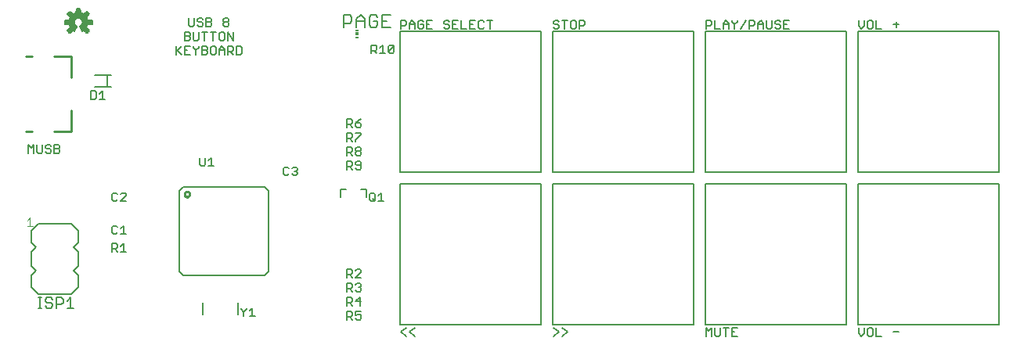
<source format=gto>
G75*
%MOIN*%
%OFA0B0*%
%FSLAX25Y25*%
%IPPOS*%
%LPD*%
%AMOC8*
5,1,8,0,0,1.08239X$1,22.5*
%
%ADD10C,0.00500*%
%ADD11C,0.00800*%
%ADD12C,0.01000*%
%ADD13C,0.00300*%
%ADD14C,0.00600*%
%ADD15R,0.01181X0.00591*%
%ADD16R,0.01181X0.01181*%
%ADD17C,0.00700*%
%ADD18C,0.00591*%
D10*
X0021472Y0026369D02*
X0018472Y0029369D01*
X0018472Y0034369D01*
X0020472Y0036369D01*
X0018472Y0038369D01*
X0018472Y0044369D01*
X0020472Y0046369D01*
X0018472Y0048369D01*
X0018472Y0053369D01*
X0021472Y0056369D01*
X0035472Y0056369D01*
X0038472Y0053369D01*
X0038472Y0048369D01*
X0036472Y0046369D01*
X0038472Y0044369D01*
X0038472Y0038369D01*
X0036472Y0036369D01*
X0038472Y0034369D01*
X0038472Y0029369D01*
X0035472Y0026369D01*
X0021472Y0026369D01*
X0052856Y0044619D02*
X0052856Y0048121D01*
X0054608Y0048121D01*
X0055191Y0047538D01*
X0055191Y0046370D01*
X0054608Y0045786D01*
X0052856Y0045786D01*
X0054024Y0045786D02*
X0055191Y0044619D01*
X0056539Y0044619D02*
X0058875Y0044619D01*
X0057707Y0044619D02*
X0057707Y0048121D01*
X0056539Y0046954D01*
X0056539Y0052119D02*
X0058875Y0052119D01*
X0057707Y0052119D02*
X0057707Y0055621D01*
X0056539Y0054454D01*
X0055191Y0055038D02*
X0054608Y0055621D01*
X0053440Y0055621D01*
X0052856Y0055038D01*
X0052856Y0052702D01*
X0053440Y0052119D01*
X0054608Y0052119D01*
X0055191Y0052702D01*
X0054608Y0066119D02*
X0055191Y0066702D01*
X0054608Y0066119D02*
X0053440Y0066119D01*
X0052856Y0066702D01*
X0052856Y0069038D01*
X0053440Y0069621D01*
X0054608Y0069621D01*
X0055191Y0069038D01*
X0056539Y0069038D02*
X0057123Y0069621D01*
X0058291Y0069621D01*
X0058875Y0069038D01*
X0058875Y0068454D01*
X0056539Y0066119D01*
X0058875Y0066119D01*
X0090222Y0081702D02*
X0090806Y0081119D01*
X0091974Y0081119D01*
X0092558Y0081702D01*
X0092558Y0084621D01*
X0093906Y0083454D02*
X0095073Y0084621D01*
X0095073Y0081119D01*
X0093906Y0081119D02*
X0096241Y0081119D01*
X0090222Y0081702D02*
X0090222Y0084621D01*
X0125707Y0080085D02*
X0125707Y0077750D01*
X0126291Y0077166D01*
X0127458Y0077166D01*
X0128042Y0077750D01*
X0129390Y0077750D02*
X0129974Y0077166D01*
X0131141Y0077166D01*
X0131725Y0077750D01*
X0131725Y0078333D01*
X0131141Y0078917D01*
X0130557Y0078917D01*
X0131141Y0078917D02*
X0131725Y0079501D01*
X0131725Y0080085D01*
X0131141Y0080669D01*
X0129974Y0080669D01*
X0129390Y0080085D01*
X0128042Y0080085D02*
X0127458Y0080669D01*
X0126291Y0080669D01*
X0125707Y0080085D01*
X0152856Y0079619D02*
X0152856Y0083121D01*
X0154608Y0083121D01*
X0155191Y0082538D01*
X0155191Y0081370D01*
X0154608Y0080786D01*
X0152856Y0080786D01*
X0154024Y0080786D02*
X0155191Y0079619D01*
X0156539Y0080202D02*
X0157123Y0079619D01*
X0158291Y0079619D01*
X0158875Y0080202D01*
X0158875Y0082538D01*
X0158291Y0083121D01*
X0157123Y0083121D01*
X0156539Y0082538D01*
X0156539Y0081954D01*
X0157123Y0081370D01*
X0158875Y0081370D01*
X0158291Y0085619D02*
X0157123Y0085619D01*
X0156539Y0086202D01*
X0156539Y0086786D01*
X0157123Y0087370D01*
X0158291Y0087370D01*
X0158875Y0086786D01*
X0158875Y0086202D01*
X0158291Y0085619D01*
X0158291Y0087370D02*
X0158875Y0087954D01*
X0158875Y0088538D01*
X0158291Y0089121D01*
X0157123Y0089121D01*
X0156539Y0088538D01*
X0156539Y0087954D01*
X0157123Y0087370D01*
X0155191Y0087370D02*
X0155191Y0088538D01*
X0154608Y0089121D01*
X0152856Y0089121D01*
X0152856Y0085619D01*
X0152856Y0086786D02*
X0154608Y0086786D01*
X0155191Y0087370D01*
X0154024Y0086786D02*
X0155191Y0085619D01*
X0155191Y0091619D02*
X0154024Y0092786D01*
X0154608Y0092786D02*
X0152856Y0092786D01*
X0152856Y0091619D02*
X0152856Y0095121D01*
X0154608Y0095121D01*
X0155191Y0094538D01*
X0155191Y0093370D01*
X0154608Y0092786D01*
X0156539Y0092202D02*
X0156539Y0091619D01*
X0156539Y0092202D02*
X0158875Y0094538D01*
X0158875Y0095121D01*
X0156539Y0095121D01*
X0157123Y0097619D02*
X0158291Y0097619D01*
X0158875Y0098202D01*
X0158875Y0098786D01*
X0158291Y0099370D01*
X0156539Y0099370D01*
X0156539Y0098202D01*
X0157123Y0097619D01*
X0156539Y0099370D02*
X0157707Y0100538D01*
X0158875Y0101121D01*
X0155191Y0100538D02*
X0155191Y0099370D01*
X0154608Y0098786D01*
X0152856Y0098786D01*
X0152856Y0097619D02*
X0152856Y0101121D01*
X0154608Y0101121D01*
X0155191Y0100538D01*
X0154024Y0098786D02*
X0155191Y0097619D01*
X0175472Y0078369D02*
X0175472Y0138369D01*
X0235472Y0138369D01*
X0235472Y0078369D01*
X0175472Y0078369D01*
X0175472Y0073369D02*
X0175472Y0013369D01*
X0235472Y0013369D01*
X0235472Y0073369D01*
X0175472Y0073369D01*
X0167323Y0069621D02*
X0167323Y0066119D01*
X0166156Y0066119D02*
X0168491Y0066119D01*
X0164808Y0066119D02*
X0163640Y0067286D01*
X0163056Y0066119D02*
X0162472Y0066702D01*
X0162472Y0069038D01*
X0163056Y0069621D01*
X0164224Y0069621D01*
X0164808Y0069038D01*
X0164808Y0066702D01*
X0164224Y0066119D01*
X0163056Y0066119D01*
X0166156Y0068454D02*
X0167323Y0069621D01*
X0240472Y0073369D02*
X0240472Y0013369D01*
X0300472Y0013369D01*
X0300472Y0073369D01*
X0240472Y0073369D01*
X0240472Y0078369D02*
X0240472Y0138369D01*
X0300472Y0138369D01*
X0300472Y0078369D01*
X0240472Y0078369D01*
X0305472Y0078369D02*
X0305472Y0138369D01*
X0365472Y0138369D01*
X0365472Y0078369D01*
X0305472Y0078369D01*
X0305472Y0073369D02*
X0305472Y0013369D01*
X0365472Y0013369D01*
X0365472Y0073369D01*
X0305472Y0073369D01*
X0370472Y0073369D02*
X0370472Y0013369D01*
X0430472Y0013369D01*
X0430472Y0073369D01*
X0370472Y0073369D01*
X0370472Y0078369D02*
X0370472Y0138369D01*
X0430472Y0138369D01*
X0430472Y0078369D01*
X0370472Y0078369D01*
X0371890Y0139619D02*
X0373058Y0140786D01*
X0373058Y0143121D01*
X0374406Y0142538D02*
X0374989Y0143121D01*
X0376157Y0143121D01*
X0376741Y0142538D01*
X0376741Y0140202D01*
X0376157Y0139619D01*
X0374989Y0139619D01*
X0374406Y0140202D01*
X0374406Y0142538D01*
X0378089Y0143121D02*
X0378089Y0139619D01*
X0380424Y0139619D01*
X0385455Y0141370D02*
X0387790Y0141370D01*
X0386623Y0142538D02*
X0386623Y0140202D01*
X0371890Y0139619D02*
X0370722Y0140786D01*
X0370722Y0143121D01*
X0341206Y0143121D02*
X0338871Y0143121D01*
X0338871Y0139619D01*
X0341206Y0139619D01*
X0340038Y0141370D02*
X0338871Y0141370D01*
X0337523Y0140786D02*
X0337523Y0140202D01*
X0336939Y0139619D01*
X0335771Y0139619D01*
X0335188Y0140202D01*
X0335771Y0141370D02*
X0336939Y0141370D01*
X0337523Y0140786D01*
X0337523Y0142538D02*
X0336939Y0143121D01*
X0335771Y0143121D01*
X0335188Y0142538D01*
X0335188Y0141954D01*
X0335771Y0141370D01*
X0333840Y0140202D02*
X0333840Y0143121D01*
X0331504Y0143121D02*
X0331504Y0140202D01*
X0332088Y0139619D01*
X0333256Y0139619D01*
X0333840Y0140202D01*
X0330157Y0139619D02*
X0330157Y0141954D01*
X0328989Y0143121D01*
X0327821Y0141954D01*
X0327821Y0139619D01*
X0327821Y0141370D02*
X0330157Y0141370D01*
X0326473Y0141370D02*
X0325890Y0140786D01*
X0324138Y0140786D01*
X0324138Y0139619D02*
X0324138Y0143121D01*
X0325890Y0143121D01*
X0326473Y0142538D01*
X0326473Y0141370D01*
X0322790Y0143121D02*
X0320455Y0139619D01*
X0317940Y0139619D02*
X0317940Y0141370D01*
X0319107Y0142538D01*
X0319107Y0143121D01*
X0317940Y0141370D02*
X0316772Y0142538D01*
X0316772Y0143121D01*
X0315424Y0141954D02*
X0315424Y0139619D01*
X0315424Y0141370D02*
X0313089Y0141370D01*
X0313089Y0141954D02*
X0314256Y0143121D01*
X0315424Y0141954D01*
X0313089Y0141954D02*
X0313089Y0139619D01*
X0311741Y0139619D02*
X0309406Y0139619D01*
X0309406Y0143121D01*
X0308058Y0142538D02*
X0307474Y0143121D01*
X0305722Y0143121D01*
X0305722Y0139619D01*
X0305722Y0140786D02*
X0307474Y0140786D01*
X0308058Y0141370D01*
X0308058Y0142538D01*
X0254107Y0142538D02*
X0254107Y0141370D01*
X0253523Y0140786D01*
X0251772Y0140786D01*
X0251772Y0139619D02*
X0251772Y0143121D01*
X0253523Y0143121D01*
X0254107Y0142538D01*
X0250424Y0142538D02*
X0250424Y0140202D01*
X0249840Y0139619D01*
X0248673Y0139619D01*
X0248089Y0140202D01*
X0248089Y0142538D01*
X0248673Y0143121D01*
X0249840Y0143121D01*
X0250424Y0142538D01*
X0246741Y0143121D02*
X0244406Y0143121D01*
X0245573Y0143121D02*
X0245573Y0139619D01*
X0243058Y0140202D02*
X0242474Y0139619D01*
X0241306Y0139619D01*
X0240722Y0140202D01*
X0241306Y0141370D02*
X0242474Y0141370D01*
X0243058Y0140786D01*
X0243058Y0140202D01*
X0241306Y0141370D02*
X0240722Y0141954D01*
X0240722Y0142538D01*
X0241306Y0143121D01*
X0242474Y0143121D01*
X0243058Y0142538D01*
X0214889Y0143121D02*
X0212554Y0143121D01*
X0213722Y0143121D02*
X0213722Y0139619D01*
X0211206Y0140202D02*
X0210622Y0139619D01*
X0209455Y0139619D01*
X0208871Y0140202D01*
X0208871Y0142538D01*
X0209455Y0143121D01*
X0210622Y0143121D01*
X0211206Y0142538D01*
X0207523Y0143121D02*
X0205188Y0143121D01*
X0205188Y0139619D01*
X0207523Y0139619D01*
X0206355Y0141370D02*
X0205188Y0141370D01*
X0203840Y0139619D02*
X0201504Y0139619D01*
X0201504Y0143121D01*
X0200157Y0143121D02*
X0197821Y0143121D01*
X0197821Y0139619D01*
X0200157Y0139619D01*
X0198989Y0141370D02*
X0197821Y0141370D01*
X0196473Y0140786D02*
X0195890Y0141370D01*
X0194722Y0141370D01*
X0194138Y0141954D01*
X0194138Y0142538D01*
X0194722Y0143121D01*
X0195890Y0143121D01*
X0196473Y0142538D01*
X0196473Y0140786D02*
X0196473Y0140202D01*
X0195890Y0139619D01*
X0194722Y0139619D01*
X0194138Y0140202D01*
X0189107Y0139619D02*
X0186772Y0139619D01*
X0186772Y0143121D01*
X0189107Y0143121D01*
X0187940Y0141370D02*
X0186772Y0141370D01*
X0185424Y0141370D02*
X0185424Y0140202D01*
X0184840Y0139619D01*
X0183673Y0139619D01*
X0183089Y0140202D01*
X0183089Y0142538D01*
X0183673Y0143121D01*
X0184840Y0143121D01*
X0185424Y0142538D01*
X0185424Y0141370D02*
X0184256Y0141370D01*
X0181741Y0141370D02*
X0179406Y0141370D01*
X0179406Y0141954D02*
X0180573Y0143121D01*
X0181741Y0141954D01*
X0181741Y0139619D01*
X0179406Y0139619D02*
X0179406Y0141954D01*
X0178058Y0142538D02*
X0178058Y0141370D01*
X0177474Y0140786D01*
X0175722Y0140786D01*
X0175722Y0139619D02*
X0175722Y0143121D01*
X0177474Y0143121D01*
X0178058Y0142538D01*
X0172340Y0132621D02*
X0172924Y0132038D01*
X0170589Y0129702D01*
X0171173Y0129119D01*
X0172340Y0129119D01*
X0172924Y0129702D01*
X0172924Y0132038D01*
X0172340Y0132621D02*
X0171173Y0132621D01*
X0170589Y0132038D01*
X0170589Y0129702D01*
X0169241Y0129119D02*
X0166906Y0129119D01*
X0168073Y0129119D02*
X0168073Y0132621D01*
X0166906Y0131454D01*
X0165558Y0132038D02*
X0165558Y0130870D01*
X0164974Y0130286D01*
X0163222Y0130286D01*
X0163222Y0129119D02*
X0163222Y0132621D01*
X0164974Y0132621D01*
X0165558Y0132038D01*
X0164390Y0130286D02*
X0165558Y0129119D01*
X0108107Y0129202D02*
X0107523Y0128619D01*
X0105772Y0128619D01*
X0105772Y0132121D01*
X0107523Y0132121D01*
X0108107Y0131538D01*
X0108107Y0129202D01*
X0104424Y0128619D02*
X0103256Y0129786D01*
X0103840Y0129786D02*
X0102089Y0129786D01*
X0102089Y0128619D02*
X0102089Y0132121D01*
X0103840Y0132121D01*
X0104424Y0131538D01*
X0104424Y0130370D01*
X0103840Y0129786D01*
X0100741Y0130370D02*
X0098406Y0130370D01*
X0098406Y0130954D02*
X0098406Y0128619D01*
X0097058Y0129202D02*
X0097058Y0131538D01*
X0096474Y0132121D01*
X0095306Y0132121D01*
X0094722Y0131538D01*
X0094722Y0129202D01*
X0095306Y0128619D01*
X0096474Y0128619D01*
X0097058Y0129202D01*
X0098406Y0130954D02*
X0099573Y0132121D01*
X0100741Y0130954D01*
X0100741Y0128619D01*
X0093375Y0129202D02*
X0092791Y0128619D01*
X0091039Y0128619D01*
X0091039Y0132121D01*
X0092791Y0132121D01*
X0093375Y0131538D01*
X0093375Y0130954D01*
X0092791Y0130370D01*
X0091039Y0130370D01*
X0092791Y0130370D02*
X0093375Y0129786D01*
X0093375Y0129202D01*
X0089691Y0131538D02*
X0089691Y0132121D01*
X0089691Y0131538D02*
X0088524Y0130370D01*
X0088524Y0128619D01*
X0088524Y0130370D02*
X0087356Y0131538D01*
X0087356Y0132121D01*
X0086008Y0132121D02*
X0083673Y0132121D01*
X0083673Y0128619D01*
X0086008Y0128619D01*
X0084841Y0130370D02*
X0083673Y0130370D01*
X0082325Y0128619D02*
X0080574Y0130370D01*
X0079990Y0129786D02*
X0082325Y0132121D01*
X0079990Y0132121D02*
X0079990Y0128619D01*
X0083673Y0134619D02*
X0085424Y0134619D01*
X0086008Y0135202D01*
X0086008Y0135786D01*
X0085424Y0136370D01*
X0083673Y0136370D01*
X0083673Y0134619D02*
X0083673Y0138121D01*
X0085424Y0138121D01*
X0086008Y0137538D01*
X0086008Y0136954D01*
X0085424Y0136370D01*
X0087356Y0135202D02*
X0087940Y0134619D01*
X0089108Y0134619D01*
X0089691Y0135202D01*
X0089691Y0138121D01*
X0091039Y0138121D02*
X0093375Y0138121D01*
X0092207Y0138121D02*
X0092207Y0134619D01*
X0095890Y0134619D02*
X0095890Y0138121D01*
X0094722Y0138121D02*
X0097058Y0138121D01*
X0098406Y0137538D02*
X0098406Y0135202D01*
X0098989Y0134619D01*
X0100157Y0134619D01*
X0100741Y0135202D01*
X0100741Y0137538D01*
X0100157Y0138121D01*
X0098989Y0138121D01*
X0098406Y0137538D01*
X0102089Y0138121D02*
X0104424Y0134619D01*
X0104424Y0138121D01*
X0102089Y0138121D02*
X0102089Y0134619D01*
X0101999Y0140619D02*
X0100831Y0140619D01*
X0100247Y0141202D01*
X0100247Y0141786D01*
X0100831Y0142370D01*
X0101999Y0142370D01*
X0102582Y0141786D01*
X0102582Y0141202D01*
X0101999Y0140619D01*
X0101999Y0142370D02*
X0102582Y0142954D01*
X0102582Y0143538D01*
X0101999Y0144121D01*
X0100831Y0144121D01*
X0100247Y0143538D01*
X0100247Y0142954D01*
X0100831Y0142370D01*
X0095216Y0142954D02*
X0094632Y0142370D01*
X0092881Y0142370D01*
X0091533Y0141786D02*
X0091533Y0141202D01*
X0090949Y0140619D01*
X0089782Y0140619D01*
X0089198Y0141202D01*
X0089782Y0142370D02*
X0090949Y0142370D01*
X0091533Y0141786D01*
X0091533Y0143538D02*
X0090949Y0144121D01*
X0089782Y0144121D01*
X0089198Y0143538D01*
X0089198Y0142954D01*
X0089782Y0142370D01*
X0087850Y0141202D02*
X0087266Y0140619D01*
X0086098Y0140619D01*
X0085515Y0141202D01*
X0085515Y0144121D01*
X0087850Y0144121D02*
X0087850Y0141202D01*
X0092881Y0140619D02*
X0094632Y0140619D01*
X0095216Y0141202D01*
X0095216Y0141786D01*
X0094632Y0142370D01*
X0095216Y0142954D02*
X0095216Y0143538D01*
X0094632Y0144121D01*
X0092881Y0144121D01*
X0092881Y0140619D01*
X0087356Y0138121D02*
X0087356Y0135202D01*
X0048707Y0113121D02*
X0048707Y0109619D01*
X0047539Y0109619D02*
X0049875Y0109619D01*
X0047539Y0111954D02*
X0048707Y0113121D01*
X0046191Y0112538D02*
X0045608Y0113121D01*
X0043856Y0113121D01*
X0043856Y0109619D01*
X0045608Y0109619D01*
X0046191Y0110202D01*
X0046191Y0112538D01*
X0030023Y0090121D02*
X0030607Y0089538D01*
X0030607Y0088954D01*
X0030023Y0088370D01*
X0028272Y0088370D01*
X0026924Y0087786D02*
X0026924Y0087202D01*
X0026340Y0086619D01*
X0025173Y0086619D01*
X0024589Y0087202D01*
X0025173Y0088370D02*
X0026340Y0088370D01*
X0026924Y0087786D01*
X0028272Y0086619D02*
X0030023Y0086619D01*
X0030607Y0087202D01*
X0030607Y0087786D01*
X0030023Y0088370D01*
X0030023Y0090121D02*
X0028272Y0090121D01*
X0028272Y0086619D01*
X0025173Y0088370D02*
X0024589Y0088954D01*
X0024589Y0089538D01*
X0025173Y0090121D01*
X0026340Y0090121D01*
X0026924Y0089538D01*
X0023241Y0090121D02*
X0023241Y0087202D01*
X0022657Y0086619D01*
X0021489Y0086619D01*
X0020906Y0087202D01*
X0020906Y0090121D01*
X0019558Y0090121D02*
X0019558Y0086619D01*
X0017222Y0086619D02*
X0017222Y0090121D01*
X0018390Y0088954D01*
X0019558Y0090121D01*
X0152856Y0037121D02*
X0154608Y0037121D01*
X0155191Y0036538D01*
X0155191Y0035370D01*
X0154608Y0034786D01*
X0152856Y0034786D01*
X0152856Y0033619D02*
X0152856Y0037121D01*
X0156539Y0036538D02*
X0157123Y0037121D01*
X0158291Y0037121D01*
X0158875Y0036538D01*
X0158875Y0035954D01*
X0156539Y0033619D01*
X0158875Y0033619D01*
X0155191Y0033619D02*
X0154024Y0034786D01*
X0154608Y0031121D02*
X0155191Y0030538D01*
X0155191Y0029370D01*
X0154608Y0028786D01*
X0152856Y0028786D01*
X0152856Y0027619D02*
X0152856Y0031121D01*
X0154608Y0031121D01*
X0156539Y0030538D02*
X0157123Y0031121D01*
X0158291Y0031121D01*
X0158875Y0030538D01*
X0158875Y0029954D01*
X0158291Y0029370D01*
X0158875Y0028786D01*
X0158875Y0028202D01*
X0158291Y0027619D01*
X0157123Y0027619D01*
X0156539Y0028202D01*
X0155191Y0027619D02*
X0154024Y0028786D01*
X0157707Y0029370D02*
X0158291Y0029370D01*
X0158291Y0025121D02*
X0156539Y0023370D01*
X0158875Y0023370D01*
X0158291Y0021619D02*
X0158291Y0025121D01*
X0155191Y0024538D02*
X0155191Y0023370D01*
X0154608Y0022786D01*
X0152856Y0022786D01*
X0152856Y0021619D02*
X0152856Y0025121D01*
X0154608Y0025121D01*
X0155191Y0024538D01*
X0154024Y0022786D02*
X0155191Y0021619D01*
X0154608Y0019121D02*
X0155191Y0018538D01*
X0155191Y0017370D01*
X0154608Y0016786D01*
X0152856Y0016786D01*
X0152856Y0015619D02*
X0152856Y0019121D01*
X0154608Y0019121D01*
X0156539Y0019121D02*
X0156539Y0017370D01*
X0157707Y0017954D01*
X0158291Y0017954D01*
X0158875Y0017370D01*
X0158875Y0016202D01*
X0158291Y0015619D01*
X0157123Y0015619D01*
X0156539Y0016202D01*
X0155191Y0015619D02*
X0154024Y0016786D01*
X0156539Y0019121D02*
X0158875Y0019121D01*
X0175722Y0010370D02*
X0178058Y0012121D01*
X0179406Y0010370D02*
X0181741Y0012121D01*
X0179406Y0010370D02*
X0181741Y0008619D01*
X0178058Y0008619D02*
X0175722Y0010370D01*
X0113741Y0017119D02*
X0111406Y0017119D01*
X0112573Y0017119D02*
X0112573Y0020621D01*
X0111406Y0019454D01*
X0110058Y0020038D02*
X0110058Y0020621D01*
X0110058Y0020038D02*
X0108890Y0018870D01*
X0108890Y0017119D01*
X0108890Y0018870D02*
X0107722Y0020038D01*
X0107722Y0020621D01*
X0240722Y0012121D02*
X0243058Y0010370D01*
X0240722Y0008619D01*
X0244406Y0008619D02*
X0246741Y0010370D01*
X0244406Y0012121D01*
X0305722Y0012121D02*
X0305722Y0008619D01*
X0308058Y0008619D02*
X0308058Y0012121D01*
X0306890Y0010954D01*
X0305722Y0012121D01*
X0309406Y0012121D02*
X0309406Y0009202D01*
X0309989Y0008619D01*
X0311157Y0008619D01*
X0311741Y0009202D01*
X0311741Y0012121D01*
X0313089Y0012121D02*
X0315424Y0012121D01*
X0314256Y0012121D02*
X0314256Y0008619D01*
X0316772Y0008619D02*
X0319107Y0008619D01*
X0317940Y0010370D02*
X0316772Y0010370D01*
X0316772Y0012121D02*
X0316772Y0008619D01*
X0316772Y0012121D02*
X0319107Y0012121D01*
X0370722Y0012121D02*
X0370722Y0009786D01*
X0371890Y0008619D01*
X0373058Y0009786D01*
X0373058Y0012121D01*
X0374406Y0011538D02*
X0374406Y0009202D01*
X0374989Y0008619D01*
X0376157Y0008619D01*
X0376741Y0009202D01*
X0376741Y0011538D01*
X0376157Y0012121D01*
X0374989Y0012121D01*
X0374406Y0011538D01*
X0378089Y0012121D02*
X0378089Y0008619D01*
X0380424Y0008619D01*
X0385455Y0010370D02*
X0387790Y0010370D01*
D11*
X0160984Y0067975D02*
X0160984Y0071124D01*
X0158622Y0071124D01*
X0152323Y0071124D02*
X0149961Y0071124D01*
X0149961Y0067975D01*
X0119370Y0070691D02*
X0119370Y0036046D01*
X0117795Y0034471D01*
X0083150Y0034471D01*
X0081575Y0036046D01*
X0081575Y0070691D01*
X0083150Y0072266D01*
X0117795Y0072266D01*
X0119370Y0070691D01*
X0052516Y0114809D02*
X0050941Y0114809D01*
X0050941Y0119928D01*
X0045429Y0119928D01*
X0050941Y0119928D02*
X0052516Y0119928D01*
X0050941Y0114809D02*
X0045429Y0114809D01*
X0091606Y0022888D02*
X0091606Y0017769D01*
X0106369Y0017769D02*
X0106369Y0022888D01*
D12*
X0083611Y0069117D02*
X0083613Y0069184D01*
X0083619Y0069250D01*
X0083629Y0069316D01*
X0083643Y0069381D01*
X0083660Y0069445D01*
X0083682Y0069508D01*
X0083707Y0069570D01*
X0083736Y0069630D01*
X0083769Y0069688D01*
X0083804Y0069744D01*
X0083844Y0069798D01*
X0083886Y0069849D01*
X0083931Y0069898D01*
X0083979Y0069944D01*
X0084030Y0069987D01*
X0084083Y0070027D01*
X0084139Y0070064D01*
X0084197Y0070097D01*
X0084256Y0070127D01*
X0084317Y0070153D01*
X0084380Y0070176D01*
X0084444Y0070194D01*
X0084509Y0070209D01*
X0084575Y0070220D01*
X0084641Y0070227D01*
X0084707Y0070230D01*
X0084774Y0070229D01*
X0084840Y0070224D01*
X0084906Y0070215D01*
X0084972Y0070202D01*
X0085036Y0070185D01*
X0085099Y0070165D01*
X0085161Y0070140D01*
X0085222Y0070112D01*
X0085281Y0070081D01*
X0085337Y0070046D01*
X0085392Y0070008D01*
X0085444Y0069966D01*
X0085493Y0069921D01*
X0085540Y0069874D01*
X0085584Y0069824D01*
X0085624Y0069771D01*
X0085662Y0069716D01*
X0085696Y0069659D01*
X0085727Y0069600D01*
X0085754Y0069539D01*
X0085777Y0069477D01*
X0085797Y0069413D01*
X0085813Y0069348D01*
X0085825Y0069283D01*
X0085833Y0069217D01*
X0085837Y0069150D01*
X0085837Y0069084D01*
X0085833Y0069017D01*
X0085825Y0068951D01*
X0085813Y0068886D01*
X0085797Y0068821D01*
X0085777Y0068757D01*
X0085754Y0068695D01*
X0085727Y0068634D01*
X0085696Y0068575D01*
X0085662Y0068518D01*
X0085624Y0068463D01*
X0085584Y0068410D01*
X0085540Y0068360D01*
X0085493Y0068313D01*
X0085444Y0068268D01*
X0085392Y0068226D01*
X0085337Y0068188D01*
X0085280Y0068153D01*
X0085222Y0068122D01*
X0085161Y0068094D01*
X0085099Y0068069D01*
X0085036Y0068049D01*
X0084972Y0068032D01*
X0084906Y0068019D01*
X0084840Y0068010D01*
X0084774Y0068005D01*
X0084707Y0068004D01*
X0084641Y0068007D01*
X0084575Y0068014D01*
X0084509Y0068025D01*
X0084444Y0068040D01*
X0084380Y0068058D01*
X0084317Y0068081D01*
X0084256Y0068107D01*
X0084197Y0068137D01*
X0084139Y0068170D01*
X0084083Y0068207D01*
X0084030Y0068247D01*
X0083979Y0068290D01*
X0083931Y0068336D01*
X0083886Y0068385D01*
X0083844Y0068436D01*
X0083804Y0068490D01*
X0083769Y0068546D01*
X0083736Y0068604D01*
X0083707Y0068664D01*
X0083682Y0068726D01*
X0083660Y0068789D01*
X0083643Y0068853D01*
X0083629Y0068918D01*
X0083619Y0068984D01*
X0083613Y0069050D01*
X0083611Y0069117D01*
X0035283Y0095727D02*
X0028197Y0095727D01*
X0035283Y0095727D02*
X0035283Y0104782D01*
X0018748Y0095727D02*
X0015992Y0095727D01*
X0035283Y0118955D02*
X0035283Y0128010D01*
X0028197Y0128010D01*
X0018748Y0128010D02*
X0015992Y0128010D01*
D13*
X0017857Y0059222D02*
X0017857Y0055519D01*
X0019091Y0055519D02*
X0016622Y0055519D01*
X0016622Y0057987D02*
X0017857Y0059222D01*
D14*
X0021391Y0020669D02*
X0022859Y0020669D01*
X0022125Y0020669D02*
X0022125Y0025072D01*
X0021391Y0025072D02*
X0022859Y0025072D01*
X0024461Y0024338D02*
X0024461Y0023604D01*
X0025195Y0022870D01*
X0026662Y0022870D01*
X0027396Y0022136D01*
X0027396Y0021402D01*
X0026662Y0020669D01*
X0025195Y0020669D01*
X0024461Y0021402D01*
X0029065Y0020669D02*
X0029065Y0025072D01*
X0031266Y0025072D01*
X0032000Y0024338D01*
X0032000Y0022870D01*
X0031266Y0022136D01*
X0029065Y0022136D01*
X0033668Y0020669D02*
X0036604Y0020669D01*
X0035136Y0020669D02*
X0035136Y0025072D01*
X0033668Y0023604D01*
X0027396Y0024338D02*
X0026662Y0025072D01*
X0025195Y0025072D01*
X0024461Y0024338D01*
D15*
X0157063Y0135892D03*
X0157063Y0138845D03*
D16*
X0157063Y0137369D03*
D17*
X0156847Y0140219D02*
X0156847Y0143755D01*
X0158615Y0145523D01*
X0160384Y0143755D01*
X0160384Y0140219D01*
X0162372Y0141103D02*
X0163256Y0140219D01*
X0165024Y0140219D01*
X0165908Y0141103D01*
X0165908Y0142871D01*
X0164140Y0142871D01*
X0162372Y0144639D02*
X0162372Y0141103D01*
X0167897Y0140219D02*
X0171433Y0140219D01*
X0167897Y0140219D02*
X0167897Y0145523D01*
X0171433Y0145523D01*
X0169665Y0142871D02*
X0167897Y0142871D01*
X0165908Y0144639D02*
X0165024Y0145523D01*
X0163256Y0145523D01*
X0162372Y0144639D01*
X0160384Y0142871D02*
X0156847Y0142871D01*
X0154859Y0142871D02*
X0153975Y0141987D01*
X0151322Y0141987D01*
X0151322Y0140219D02*
X0151322Y0145523D01*
X0153975Y0145523D01*
X0154859Y0144639D01*
X0154859Y0142871D01*
D18*
X0044334Y0142675D02*
X0040279Y0142675D01*
X0040255Y0142846D02*
X0040317Y0142409D01*
X0040274Y0141969D01*
X0040127Y0141552D01*
X0039886Y0141182D01*
X0039564Y0140880D01*
X0039179Y0140663D01*
X0040026Y0138617D01*
X0040624Y0138925D01*
X0042108Y0137715D01*
X0043126Y0138733D01*
X0041916Y0140217D01*
X0042224Y0140815D01*
X0042429Y0141455D01*
X0044334Y0141649D01*
X0044334Y0143088D01*
X0042429Y0143282D01*
X0042224Y0143922D01*
X0041916Y0144520D01*
X0043126Y0146004D01*
X0042108Y0147022D01*
X0040624Y0145812D01*
X0040026Y0146120D01*
X0039386Y0146325D01*
X0039192Y0148230D01*
X0037753Y0148230D01*
X0037559Y0146325D01*
X0036919Y0146120D01*
X0036321Y0145812D01*
X0034837Y0147022D01*
X0033819Y0146004D01*
X0035029Y0144520D01*
X0034721Y0143922D01*
X0034516Y0143282D01*
X0032611Y0143088D01*
X0032611Y0141649D01*
X0034516Y0141455D01*
X0034721Y0140815D01*
X0035029Y0140217D01*
X0033819Y0138733D01*
X0034837Y0137715D01*
X0036321Y0138925D01*
X0036919Y0138617D01*
X0037766Y0140663D01*
X0037388Y0140875D01*
X0037069Y0141170D01*
X0036828Y0141531D01*
X0036678Y0141938D01*
X0036627Y0142369D01*
X0036680Y0142807D01*
X0036835Y0143220D01*
X0037085Y0143585D01*
X0037414Y0143880D01*
X0037803Y0144088D01*
X0038231Y0144198D01*
X0038673Y0144202D01*
X0039103Y0144102D01*
X0039497Y0143902D01*
X0039833Y0143615D01*
X0040090Y0143256D01*
X0040255Y0142846D01*
X0040084Y0143264D02*
X0042607Y0143264D01*
X0042246Y0143853D02*
X0039555Y0143853D01*
X0040285Y0142086D02*
X0044334Y0142086D01*
X0042837Y0141497D02*
X0040091Y0141497D01*
X0039593Y0140908D02*
X0042253Y0140908D01*
X0041968Y0140319D02*
X0039322Y0140319D01*
X0039566Y0139729D02*
X0042313Y0139729D01*
X0042794Y0139140D02*
X0039810Y0139140D01*
X0041083Y0138551D02*
X0042945Y0138551D01*
X0042356Y0137962D02*
X0041805Y0137962D01*
X0037135Y0139140D02*
X0034151Y0139140D01*
X0034000Y0138551D02*
X0035862Y0138551D01*
X0035140Y0137962D02*
X0034589Y0137962D01*
X0034632Y0139729D02*
X0037379Y0139729D01*
X0037623Y0140319D02*
X0034977Y0140319D01*
X0034691Y0140908D02*
X0037353Y0140908D01*
X0036851Y0141497D02*
X0034108Y0141497D01*
X0032611Y0142086D02*
X0036660Y0142086D01*
X0036664Y0142675D02*
X0032611Y0142675D01*
X0034338Y0143264D02*
X0036865Y0143264D01*
X0037384Y0143853D02*
X0034699Y0143853D01*
X0034989Y0144442D02*
X0041956Y0144442D01*
X0042332Y0145031D02*
X0034613Y0145031D01*
X0034132Y0145620D02*
X0042813Y0145620D01*
X0042921Y0146209D02*
X0041111Y0146209D01*
X0041834Y0146798D02*
X0042332Y0146798D01*
X0039747Y0146209D02*
X0037198Y0146209D01*
X0037607Y0146798D02*
X0039338Y0146798D01*
X0039278Y0147387D02*
X0037667Y0147387D01*
X0037727Y0147976D02*
X0039218Y0147976D01*
X0035834Y0146209D02*
X0034024Y0146209D01*
X0034613Y0146798D02*
X0035111Y0146798D01*
M02*

</source>
